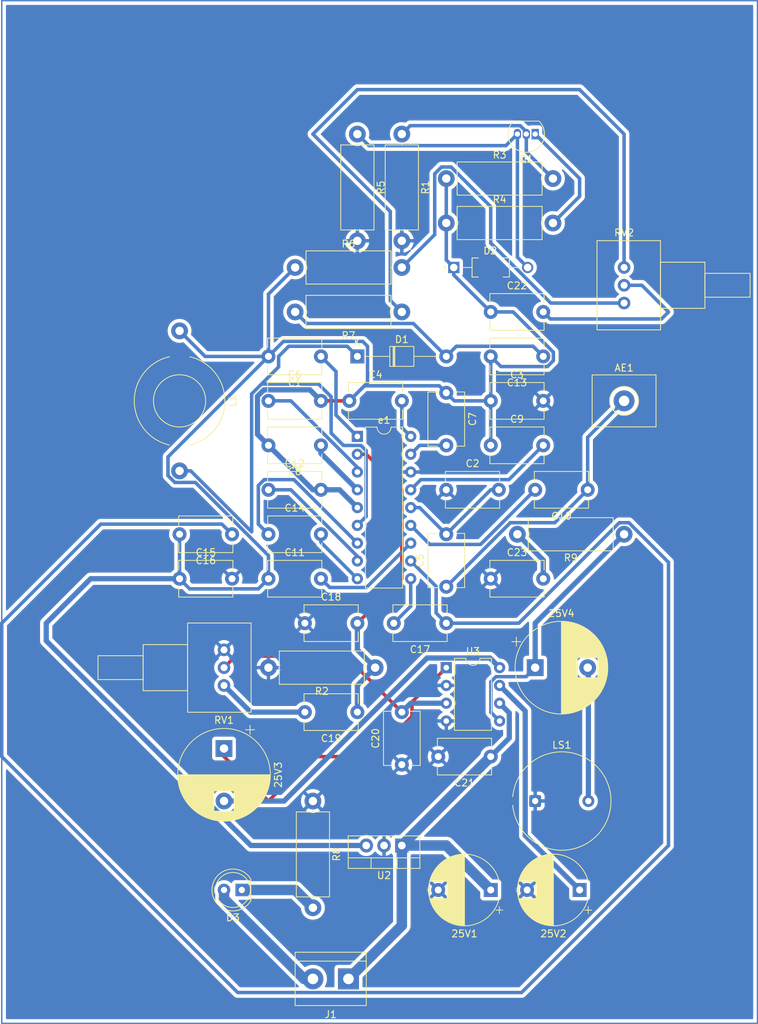
<source format=kicad_pcb>
(kicad_pcb (version 20221018) (generator pcbnew)
  (title_block (title "Fm Radio Receiver Module ") (date "15.12.2023") (rev "1.0") (company "by Muxtar_Safarov"))
  (layers (0 "F.Cu" signal) (31 "B.Cu" signal) (34 "B.Paste" user) (35 "F.Paste" user) (36 "B.SilkS" user "B.Silkscreen") (37 "F.SilkS" user "F.Silkscreen") (38 "B.Mask" user) (39 "F.Mask" user) (44 "Edge.Cuts" user))
  (net 0 "")
  (net 1 "+9V")
  (net 2 "Earth")
  (net 3 "Net-(U3-BYPASS)")
  (net 4 "Net-(25V3-Pad1)")
  (net 5 "Net-(25V3-Pad2)")
  (net 6 "Net-(25V4-Pad1)")
  (net 7 "Net-(25V4-Pad2)")
  (net 8 "Net-(AE1-A)")
  (net 9 "Net-(C1-Pad1)")
  (net 10 "Vout")
  (net 11 "14")
  (net 12 "Net-(C4-Pad2)")
  (net 13 "Net-(C6-Pad1)")
  (net 14 "Net-(C7-Pad2)")
  (net 15 "Net-(C8-Pad1)")
  (net 16 "Net-(C9-Pad2)")
  (net 17 "13")
  (net 18 "Net-(C11-Pad2)")
  (net 19 "Net-(C12-Pad1)")
  (net 20 "Net-(D1-A)")
  (net 21 "Net-(C14-Pad1)")
  (net 22 "Net-(C14-Pad2)")
  (net 23 "Net-(C16-Pad1)")
  (net 24 "Net-(C17-Pad2)")
  (net 25 "2")
  (net 26 "Net-(C19-Pad2)")
  (net 27 "Net-(U3-+)")
  (net 28 "Net-(C22-Pad2)")
  (net 29 "Net-(C23-Pad2)")
  (net 30 "6")
  (net 31 "Net-(Q1-E)")
  (net 32 "Net-(D3-K)")
  (net 33 "Net-(D3-A)")
  (net 34 "Net-(Q1-C)")
  (net 35 "Net-(Q1-B)")
  (net 36 "Net-(R6-Pad2)")
  (net 37 "Net-(R7-Pad1)")
  (footprint "Capacitor_THT:C_Disc_D7.5mm_W5.0mm_P7.50mm" (layer "F.Cu") (at 63.5 133.35)
    (fp_text reference "C11" (at 3.75 -3.75) (layer "F.SilkS"))
    (fp_text value "150pF")
    (pad "1" thru_hole circle (at 0 0) (size 2 2) (drill 1) (layers "*.Cu" "*.Mask") (net 10 "Vout"))
    (pad "2" thru_hole circle (at 7.5 0) (size 2 2) (drill 1) (layers "*.Cu" "*.Mask") (net 18 "Net-(C11-Pad2)"))
  )
  (footprint "Capacitor_THT:C_Disc_D7.5mm_W5.0mm_P7.50mm" (layer "F.Cu") (at 95.25 95.25)
    (fp_text reference "C22" (at 3.75 -3.75) (layer "F.SilkS"))
    (fp_text value "10nF")
    (pad "1" thru_hole circle (at 0 0) (size 2 2) (drill 1) (layers "*.Cu" "*.Mask") (net 10 "Vout"))
    (pad "2" thru_hole circle (at 7.5 0) (size 2 2) (drill 1) (layers "*.Cu" "*.Mask") (net 28 "Net-(C22-Pad2)"))
  )
  (footprint "UF4003:DIOAD1055W87L533D272" (layer "F.Cu") (at 95.25 88.9)
    (fp_text reference "D2" (at -0.075 -2.385) (layer "F.SilkS"))
    (fp_text value "UF4003")
    (pad "A" thru_hole circle (at 5.275 0) (size 1.61 1.61) (drill 1.07) (layers "*.Cu" "*.Mask") (net 31 "Net-(Q1-E)"))
    (pad "C" thru_hole rect (at -5.275 0) (size 1.61 1.61) (drill 1.07) (layers "*.Cu" "*.Mask") (net 10 "Vout"))
  )
  (footprint "Capacitor_THT:C_Disc_D7.5mm_W5.0mm_P7.50mm" (layer "F.Cu") (at 95.25 107.95)
    (fp_text reference "C3" (at 3.75 -3.75) (layer "F.SilkS"))
    (fp_text value "100nF")
    (pad "1" thru_hole circle (at 0 0) (size 2 2) (drill 1) (layers "*.Cu" "*.Mask") (net 10 "Vout"))
    (pad "2" thru_hole circle (at 7.5 0) (size 2 2) (drill 1) (layers "*.Cu" "*.Mask") (net 2 "Earth"))
  )
  (footprint "Capacitor_THT:C_Disc_D7.5mm_W5.0mm_P7.50mm" (layer "F.Cu") (at 50.8 133.35)
    (fp_text reference "C15" (at 3.75 -3.75) (layer "F.SilkS"))
    (fp_text value "100nF")
    (pad "1" thru_hole circle (at 0 0) (size 2 2) (drill 1) (layers "*.Cu" "*.Mask") (net 10 "Vout"))
    (pad "2" thru_hole circle (at 7.5 0) (size 2 2) (drill 1) (layers "*.Cu" "*.Mask") (net 2 "Earth"))
  )
  (footprint "Resistor_THT:R_Axial_DIN0414_L11.9mm_D4.5mm_P15.24mm_Horizontal" (layer "F.Cu") (at 67.31 88.9)
    (fp_text reference "R6" (at 7.62 -3.37) (layer "F.SilkS"))
    (fp_text value "5,6K")
    (pad "1" thru_hole circle (at 0 0) (size 2.4 2.4) (drill 1.2) (layers "*.Cu" "*.Mask") (net 10 "Vout"))
    (pad "2" thru_hole oval (at 15.24 0) (size 2.4 2.4) (drill 1.2) (layers "*.Cu" "*.Mask") (net 36 "Net-(R6-Pad2)"))
  )
  (footprint "Capacitor_THT:C_Disc_D7.5mm_W5.0mm_P7.50mm" (layer "F.Cu") (at 68.7 139.7)
    (fp_text reference "C18" (at 3.75 -3.75) (layer "F.SilkS"))
    (fp_text value "1,5nF")
    (pad "1" thru_hole circle (at 0 0) (size 2 2) (drill 1) (layers "*.Cu" "*.Mask") (net 2 "Earth"))
    (pad "2" thru_hole circle (at 7.5 0) (size 2 2) (drill 1) (layers "*.Cu" "*.Mask") (net 25 "2"))
  )
  (footprint "Potentiometer_THT:Potentiometer_Vishay_148-149_Single_Horizontal" (layer "F.Cu") (at 57.15 143.51 180)
    (fp_text reference "RV1" (at 0 -10.04) (layer "F.SilkS"))
    (fp_text value "10K")
    (pad "1" thru_hole circle (at 0 0 180) (size 1.8 1.8) (drill 1) (layers "*.Cu" "*.Mask") (net 2 "Earth"))
    (pad "2" thru_hole circle (at 0 -2.54 180) (size 1.8 1.8) (drill 1) (layers "*.Cu" "*.Mask") (net 27 "Net-(U3-+)"))
    (pad "3" thru_hole circle (at 0 -5.08 180) (size 1.8 1.8) (drill 1) (layers "*.Cu" "*.Mask") (net 26 "Net-(C19-Pad2)"))
  )
  (footprint "Resistor_THT:R_Axial_DIN0414_L11.9mm_D4.5mm_P15.24mm_Horizontal" (layer "F.Cu") (at 78.74 146.05 180)
    (fp_text reference "R2" (at 7.62 -3.37) (layer "F.SilkS"))
    (fp_text value "20K")
    (pad "1" thru_hole circle (at 0 0 180) (size 2.4 2.4) (drill 1.2) (layers "*.Cu" "*.Mask") (net 25 "2"))
    (pad "2" thru_hole oval (at 15.24 0 180) (size 2.4 2.4) (drill 1.2) (layers "*.Cu" "*.Mask") (net 2 "Earth"))
  )
  (footprint "Capacitor_THT:CP_Radial_D13.0mm_P7.50mm" (layer "F.Cu") (at 57.15 157.6 -90)
    (fp_text reference "25V3" (at 3.75 -7.75 90) (layer "F.SilkS"))
    (fp_text value "47uF")
    (pad "1" thru_hole rect (at 0 0 270) (size 2.4 2.4) (drill 1.2) (layers "*.Cu" "*.Mask") (net 4 "Net-(25V3-Pad1)"))
    (pad "2" thru_hole circle (at 7.5 0 270) (size 2.4 2.4) (drill 1.2) (layers "*.Cu" "*.Mask") (net 5 "Net-(25V3-Pad2)"))
  )
  (footprint "Package_TO_SOT_THT:TO-92_Inline" (layer "F.Cu") (at 101.6 69.85 180)
    (fp_text reference "Q1" (at 1.27 -3.56) (layer "F.SilkS"))
    (fp_text value "BC547")
    (pad "1" thru_hole rect (at 0 0 180) (size 1.05 1.5) (drill 0.75) (layers "*.Cu" "*.Mask") (net 34 "Net-(Q1-C)"))
    (pad "2" thru_hole oval (at 1.27 0 180) (size 1.05 1.5) (drill 0.75) (layers "*.Cu" "*.Mask") (net 35 "Net-(Q1-B)"))
    (pad "3" thru_hole oval (at 2.54 0 180) (size 1.05 1.5) (drill 0.75) (layers "*.Cu" "*.Mask") (net 31 "Net-(Q1-E)"))
  )
  (footprint "Capacitor_THT:C_Disc_D7.5mm_W5.0mm_P7.50mm" (layer "F.Cu") (at 95.25 114.3)
    (fp_text reference "C9" (at 3.75 -3.75) (layer "F.SilkS"))
    (fp_text value "100nF")
    (pad "1" thru_hole circle (at 0 0) (size 2 2) (drill 1) (layers "*.Cu" "*.Mask") (net 10 "Vout"))
    (pad "2" thru_hole circle (at 7.5 0) (size 2 2) (drill 1) (layers "*.Cu" "*.Mask") (net 16 "Net-(C9-Pad2)"))
  )
  (footprint "Buzzer_Beeper:Indicator_PUI_AI-1440-TWT-24V-2-R" (layer "F.Cu") (at 101.6 165.1)
    (fp_text reference "LS1" (at 3.8 -8) (layer "F.SilkS"))
    (fp_text value "Speaker")
    (pad "1" thru_hole roundrect (at 0 0) (size 1.7 1.7) (drill 0.9) (layers "*.Cu" "*.Mask") (roundrect_rratio 0.147) (net 2 "Earth"))
    (pad "2" thru_hole circle (at 7.6 0) (size 1.7 1.7) (drill 0.9) (layers "*.Cu" "*.Mask") (net 7 "Net-(25V4-Pad2)"))
  )
  (footprint "Capacitor_THT:C_Disc_D7.5mm_W5.0mm_P7.50mm" (layer "F.Cu") (at 88.9 106.8 -90)
    (fp_text reference "C7" (at 3.75 -3.75 90) (layer "F.SilkS"))
    (fp_text value "330pF")
    (pad "1" thru_hole circle (at 0 0 270) (size 2 2) (drill 1) (layers "*.Cu" "*.Mask") (net 10 "Vout"))
    (pad "2" thru_hole circle (at 7.5 0 270) (size 2 2) (drill 1) (layers "*.Cu" "*.Mask") (net 14 "Net-(C7-Pad2)"))
  )
  (footprint "Capacitor_THT:C_Disc_D7.5mm_W5.0mm_P7.50mm" (layer "F.Cu") (at 63.5 107.95)
    (fp_text reference "C6" (at 3.75 -3.75) (layer "F.SilkS"))
    (fp_text value "22nF")
    (pad "1" thru_hole circle (at 0 0) (size 2 2) (drill 1) (layers "*.Cu" "*.Mask") (net 13 "Net-(C6-Pad1)"))
    (pad "2" thru_hole circle (at 7.5 0) (size 2 2) (drill 1) (layers "*.Cu" "*.Mask") (net 10 "Vout"))
  )
  (footprint "Capacitor_THT:C_Disc_D7.5mm_W5.0mm_P7.50mm" (layer "F.Cu") (at 63.5 120.65)
    (fp_text reference "C12" (at 3.75 -3.75) (layer "F.SilkS"))
    (fp_text value "150pF")
    (pad "1" thru_hole circle (at 0 0) (size 2 2) (drill 1) (layers "*.Cu" "*.Mask") (net 19 "Net-(C12-Pad1)"))
    (pad "2" thru_hole circle (at 7.5 0) (size 2 2) (drill 1) (layers "*.Cu" "*.Mask") (net 10 "Vout"))
  )
  (footprint "Capacitor_THT:C_Disc_D7.5mm_W5.0mm_P7.50mm" (layer "F.Cu") (at 109.1 120.65 180)
    (fp_text reference "C10" (at 3.75 -3.75) (layer "F.SilkS"))
    (fp_text value "33pF")
    (pad "1" thru_hole circle (at 0 0 180) (size 2 2) (drill 1) (layers "*.Cu" "*.Mask") (net 8 "Net-(AE1-A)"))
    (pad "2" thru_hole circle (at 7.5 0 180) (size 2 2) (drill 1) (layers "*.Cu" "*.Mask") (net 17 "13"))
  )
  (footprint "TerminalBlock_MetzConnect:TerminalBlock_MetzConnect_360271_1x01_Horizontal_ScrewM3.0_Boxed" (layer "F.Cu") (at 114.3 107.95)
    (fp_text reference "AE1" (at 0 -4.71) (layer "F.SilkS"))
    (fp_text value "Antenna")
    (pad "1" thru_hole circle (at 0 0) (size 3 3) (drill 1.5) (layers "*.Cu" "*.Mask") (net 8 "Net-(AE1-A)"))
  )
  (footprint "Capacitor_THT:C_Disc_D7.5mm_W5.0mm_P7.50mm" (layer "F.Cu") (at 95.25 158.75 180)
    (fp_text reference "C21" (at 3.75 -3.75) (layer "F.SilkS"))
    (fp_text value "100nF")
    (pad "1" thru_hole circle (at 0 0 180) (size 2 2) (drill 1) (layers "*.Cu" "*.Mask") (net 1 "+9V"))
    (pad "2" thru_hole circle (at 7.5 0 180) (size 2 2) (drill 1) (layers "*.Cu" "*.Mask") (net 2 "Earth"))
  )
  (footprint "Package_DIP:DIP-18_W7.62mm" (layer "F.Cu") (at 76.2 113.03)
    (fp_text reference "e1" (at 3.81 -2.33) (layer "F.SilkS"))
    (fp_text value "TDA7000")
    (pad "1" thru_hole rect (at 0 0) (size 1.6 1.6) (drill 0.8) (layers "*.Cu" "*.Mask") (net 9 "Net-(C1-Pad1)"))
    (pad "2" thru_hole oval (at 0 2.54) (size 1.6 1.6) (drill 0.8) (layers "*.Cu" "*.Mask") (net 25 "2"))
    (pad "3" thru_hole oval (at 0 5.08) (size 1.6 1.6) (drill 0.8) (layers "*.Cu" "*.Mask") (net 13 "Net-(C6-Pad1)"))
    (pad "4" thru_hole oval (at 0 7.62) (size 1.6 1.6) (drill 0.8) (layers "*.Cu" "*.Mask") (net 15 "Net-(C8-Pad1)"))
    (pad "5" thru_hole oval (at 0 10.16) (size 1.6 1.6) (drill 0.8) (layers "*.Cu" "*.Mask") (net 10 "Vout"))
    (pad "6" thru_hole oval (at 0 12.7) (size 1.6 1.6) (drill 0.8) (layers "*.Cu" "*.Mask") (net 30 "6"))
    (pad "7" thru_hole oval (at 0 15.24) (size 1.6 1.6) (drill 0.8) (layers "*.Cu" "*.Mask") (net 21 "Net-(C14-Pad1)"))
    (pad "8" thru_hole oval (at 0 17.78) (size 1.6 1.6) (drill 0.8) (layers "*.Cu" "*.Mask") (net 19 "Net-(C12-Pad1)"))
    (pad "9" thru_hole oval (at 0 20.32) (size 1.6 1.6) (drill 0.8) (layers "*.Cu" "*.Mask") (net 22 "Net-(C14-Pad2)"))
    (pad "10" thru_hole oval (at 7.62 20.32) (size 1.6 1.6) (drill 0.8) (layers "*.Cu" "*.Mask") (net 24 "Net-(C17-Pad2)"))
    (pad "11" thru_hole oval (at 7.62 17.78) (size 1.6 1.6) (drill 0.8) (layers "*.Cu" "*.Mask") (net 23 "Net-(C16-Pad1)"))
    (pad "12" thru_hole oval (at 7.62 15.24) (size 1.6 1.6) (drill 0.8) (layers "*.Cu" "*.Mask") (net 18 "Net-(C11-Pad2)"))
    (pad "13" thru_hole oval (at 7.62 12.7) (size 1.6 1.6) (drill 0.8) (layers "*.Cu" "*.Mask") (net 17 "13"))
    (pad "14" thru_hole oval (at 7.62 10.16) (size 1.6 1.6) (drill 0.8) (layers "*.Cu" "*.Mask") (net 11 "14"))
    (pad "15" thru_hole oval (at 7.62 7.62) (size 1.6 1.6) (drill 0.8) (layers "*.Cu" "*.Mask") (net 16 "Net-(C9-Pad2)"))
    (pad "16" thru_hole oval (at 7.62 5.08) (size 1.6 1.6) (drill 0.8) (layers "*.Cu" "*.Mask") (net 2 "Earth"))
    (pad "17" thru_hole oval (at 7.62 2.54) (size 1.6 1.6) (drill 0.8) (layers "*.Cu" "*.Mask") (net 14 "Net-(C7-Pad2)"))
    (pad "18" thru_hole oval (at 7.62 0) (size 1.6 1.6) (drill 0.8) (layers "*.Cu" "*.Mask") (net 12 "Net-(C4-Pad2)"))
  )
  (footprint "Capacitor_THT:C_Disc_D7.5mm_W5.0mm_P7.50mm" (layer "F.Cu") (at 88.9 139.7 180)
    (fp_text reference "C17" (at 3.75 -3.75) (layer "F.SilkS"))
    (fp_text value "330pF")
    (pad "1" thru_hole circle (at 0 0 180) (size 2 2) (drill 1) (layers "*.Cu" "*.Mask") (net 23 "Net-(C16-Pad1)"))
    (pad "2" thru_hole circle (at 7.5 0 180) (size 2 2) (drill 1) (layers "*.Cu" "*.Mask") (net 24 "Net-(C17-Pad2)"))
  )
  (footprint "Resistor_THT:R_Axial_DIN0414_L11.9mm_D4.5mm_P15.24mm_Horizontal" (layer "F.Cu") (at 88.9 82.55)
    (fp_text reference "R4" (at 7.62 -3.37) (layer "F.SilkS"))
    (fp_text value "82R")
    (pad "1" thru_hole circle (at 0 0) (size 2.4 2.4) (drill 1.2) (layers "*.Cu" "*.Mask") (net 10 "Vout"))
    (pad "2" thru_hole oval (at 15.24 0) (size 2.4 2.4) (drill 1.2) (layers "*.Cu" "*.Mask") (net 34 "Net-(Q1-C)"))
  )
  (footprint "Capacitor_THT:CP_Radial_D13.0mm_P7.50mm" (layer "F.Cu") (at 101.6 146.05)
    (fp_text reference "25V4" (at 3.75 -7.75) (layer "F.SilkS"))
    (fp_text value "470uF")
    (pad "1" thru_hole rect (at 0 0) (size 2.4 2.4) (drill 1.2) (layers "*.Cu" "*.Mask") (net 6 "Net-(25V4-Pad1)"))
    (pad "2" thru_hole circle (at 7.5 0) (size 2.4 2.4) (drill 1.2) (layers "*.Cu" "*.Mask") (net 7 "Net-(25V4-Pad2)"))
  )
  (footprint "Diode_THT:D_T-1_P12.70mm_Horizontal" (layer "F.Cu") (at 76.2 101.6)
    (fp_text reference "D1" (at 6.35 -2.42) (layer "F.SilkS"))
    (fp_text value "VAricap")
    (fp_text user "K" (at 0 -2) (layer "F.SilkS"))
    (pad "1" thru_hole rect (at 0 0) (size 2 2) (drill 1) (layers "*.Cu" "*.Mask") (net 30 "6"))
    (pad "2" thru_hole oval (at 12.7 0) (size 2 2) (drill 1) (layers "*.Cu" "*.Mask") (net 20 "Net-(D1-A)"))
  )
  (footprint "Capacitor_THT:CP_Radial_D10.0mm_P7.50mm" (layer "F.Cu") (at 107.95 177.8 180)
    (fp_text reference "25V2" (at 3.75 -6.25 180) (layer "F.SilkS"))
    (fp_text value "10uF")
    (pad "1" thru_hole rect (at 0 0 180) (size 2 2) (drill 1) (layers "*.Cu" "*.Mask") (net 3 "Net-(U3-BYPASS)"))
    (pad "2" thru_hole circle (at 7.5 0 180) (size 2 2) (drill 1) (layers "*.Cu" "*.Mask") (net 2 "Earth"))
  )
  (footprint "Capacitor_THT:C_Disc_D7.5mm_W5.0mm_P7.50mm" (layer "F.Cu") (at 102.75 101.6 180)
    (fp_text reference "C13" (at 3.75 -3.75) (layer "F.SilkS"))
    (fp_text value "3,3nF")
    (pad "1" thru_hole circle (at 0 0 180) (size 2 2) (drill 1) (layers "*.Cu" "*.Mask") (net 20 "Net-(D1-A)"))
    (pad "2" thru_hole circle (at 7.5 0 180) (size 2 2) (drill 1) (layers "*.Cu" "*.Mask") (net 10 "Vout"))
  )
  (footprint "Package_TO_SOT_THT:TO-220-3_Vertical" (layer "F.Cu") (at 82.55 171.45 180)
    (fp_text reference "U2" (at 2.54 -4.27) (layer "F.SilkS"))
    (fp_text value "LM7805_TO220")
    (pad "1" thru_hole rect (at 0 0 180) (size 1.905 2) (drill 1.1) (layers "*.Cu" "*.Mask") (net 1 "+9V"))
    (pad "2" thru_hole oval (at 2.54 0 180) (size 1.905 2) (drill 1.1) (layers "*.Cu" "*.Mask") (net 2 "Earth"))
    (pad "3" thru_hole oval (at 5.08 0 180) (size 1.905 2) (drill 1.1) (layers "*.Cu" "*.Mask") (net 10 "Vout"))
  )
  (footprint "Resistor_THT:R_Axial_DIN0414_L11.9mm_D4.5mm_P15.24mm_Horizontal" (layer "F.Cu") (at 114.3 127 180)
    (fp_text reference "R9" (at 7.62 -3.37) (layer "F.SilkS"))
    (fp_text value "100R")
    (pad "1" thru_hole circle (at 0 0 180) (size 2.4 2.4) (drill 1.2) (layers "*.Cu" "*.Mask") (net 6 "Net-(25V4-Pad1)"))
    (pad "2" thru_hole oval (at 15.24 0 180) (size 2.4 2.4) (drill 1.2) (layers "*.Cu" "*.Mask") (net 29 "Net-(C23-Pad2)"))
  )
  (footprint "Capacitor_THT:C_Disc_D7.5mm_W5.0mm_P7.50mm" (layer "F.Cu") (at 88.9 134.5 90)
    (fp_text reference "C5" (at 3.75 -3.75 90) (layer "F.SilkS"))
    (fp_text value "47pF")
    (pad "1" thru_hole circle (at 0 0 90) (size 2 2) (drill 1) (layers "*.Cu" "*.Mask") (net 8 "Net-(AE1-A)"))
    (pad "2" thru_hole circle (at 7.5 0 90) (size 2 2) (drill 1) (layers "*.Cu" "*.Mask") (net 11 "14"))
  )
  (footprint "Capacitor_THT:C_Disc_D7.5mm_W5.0mm_P7.50mm" (layer "F.Cu") (at 71 101.6 180)
    (fp_text reference "C1" (at 3.75 -3.75) (layer "F.SilkS"))
    (fp_text value "220nF")
    (pad "1" thru_hole circle (at 0 0 180) (size 2 2) (drill 1) (layers "*.Cu" "*.Mask") (net 9 "Net-(C1-Pad1)"))
    (pad "2" thru_hole circle (at 7.5 0 180) (size 2 2) (drill 1) (layers "*.Cu" "*.Mask") (net 10 "Vout"))
  )
  (footprint "Capacitor_THT:C_Disc_D7.5mm_W5.0mm_P7.50mm" (layer "F.Cu") (at 63.5 127)
    (fp_text reference "C14" (at 3.75 -3.75) (layer "F.SilkS"))
    (fp_text value "3,3nF")
    (pad "1" thru_hole circle (at 0 0) (size 2 2) (drill 1) (layers "*.Cu" "*.Mask") (net 21 "Net-(C14-Pad1)"))
    (pad "2" thru_hole circle (at 7.5 0) (size 2 2) (drill 1) (layers "*.Cu" "*.Mask") (net 22 "Net-(C14-Pad2)"))
  )
  (footprint "Resistor_THT:R_Axial_DIN0414_L11.9mm_D4.5mm_P15.24mm_Horizontal" (layer "F.Cu") (at 76.2 69.85 -90)
    (fp_text reference "R5" (at 7.62 -3.37 90) (layer "F.SilkS"))
    (fp_text value "1,5K")
    (pad "1" thru_hole circle (at 0 0 270) (size 2.4 2.4) (drill 1.2) (layers "*.Cu" "*.Mask") (net 31 "Net-(Q1-E)"))
    (pad "2" thru_hole oval (at 15.24 0 270) (size 2.4 2.4) (drill 1.2) (layers "*.Cu" "*.Mask") (net 2 "Earth"))
  )
  (footprint "Resistor_THT:R_Axial_DIN0414_L11.9mm_D4.5mm_P15.24mm_Horizontal" (layer "F.Cu") (at 82.55 95.25 180)
    (fp_text reference "R7" (at 7.62 -3.37) (layer "F.SilkS"))
    (fp_text value "10K")
    (pad "1" thru_hole circle (at 0 0 180) (size 2.4 2.4) (drill 1.2) (layers "*.Cu" "*.Mask") (net 37 "Net-(R7-Pad1)"))
    (pad "2" thru_hole oval (at 15.24 0 180) (size 2.4 2.4) (drill 1.2) (layers "*.Cu" "*.Mask") (net 20 "Net-(D1-A)"))
  )
  (footprint "Capacitor_THT:C_Disc_D7.5mm_W5.0mm_P7.50mm" (layer "F.Cu") (at 76.2 152.4 180)
    (fp_text reference "C19" (at 3.75 -3.75) (layer "F.SilkS"))
    (fp_text value "100nF")
    (pad "1" thru_hole circle (at 0 0 180) (size 2 2) (drill 1) (layers "*.Cu" "*.Mask") (net 25 "2"))
    (pad "2" thru_hole circle (at 7.5 0 180) (size 2 2) (drill 1) (layers "*.Cu" "*.Mask") (net 26 "Net-(C19-Pad2)"))
  )
  (footprint "Capacitor_THT:CP_Radial_D10.0mm_P7.50mm" (layer "F.Cu") (at 95.25 177.8 180)
    (fp_text reference "25V1" (at 3.75 -6.25) (layer "F.SilkS"))
    (fp_text value "470uF")
    (pad "1" thru_hole rect (at 0 0 180) (size 2 2) (drill 1) (layers "*.Cu" "*.Mask") (net 1 "+9V"))
    (pad "2" thru_hole circle (at 7.5 0 180) (size 2 2) (drill 1) (layers "*.Cu" "*.Mask") (net 2 "Earth"))
  )
  (footprint "Capacitor_THT:C_Disc_D7.5mm_W5.0mm_P7.50mm" (layer "F.Cu") (at 58.3 127 180)
    (fp_text reference "C16" (at 3.75 -3.75) (layer "F.SilkS"))
    (fp_text value "3,3nF")
    (pad "1" thru_hole circle (at 0 0 180) (size 2 2) (drill 1) (layers "*.Cu" "*.Mask") (net 23 "Net-(C16-Pad1)"))
    (pad "2" thru_hole circle (at 7.5 0 180) (size 2 2) (drill 1) (layers "*.Cu" "*.Mask") (net 10 "Vout"))
  )
  (footprint "Inductor_THT:L_Toroid_Horizontal_D12.7mm_P20.00mm_Diameter14-5mm_Amidon-T50" (layer "F.Cu") (at 50.8 97.95 -90)
    (fp_text reference "L1" (at 10 -7.6 90) (layer "F.SilkS"))
    (fp_text value "L")
    (pad "1" thru_hole circle (at 0 0 270) (size 2.4 2.4) (drill 1.2) (layers "*.Cu" "*.Mask") (net 10 "Vout"))
    (pad "2" thru_hole circle (at 20 0 270) (size 2.4 2.4) (drill 1.2) (layers "*.Cu" "*.Mask") (net 30 "6"))
  )
  (footprint "Potentiometer_THT:Potentiometer_Vishay_148-149_Single_Horizontal" (layer "F.Cu") (at 114.3 93.98)
    (fp_text reference "RV2" (at 0 -10.04) (layer "F.SilkS"))
    (fp_text value "100K")
    (pad "1" thru_hole circle (at 0 0) (size 1.8 1.8) (drill 1) (layers "*.Cu" "*.Mask") (net 36 "Net-(R6-Pad2)"))
    (pad "2" thru_hole circle (at 0 -2.54) (size 1.8 1.8) (drill 1) (layers "*.Cu" "*.Mask") (net 28 "Net-(C22-Pad2)"))
    (pad "3" thru_hole circle (at 0 -5.08) (size 1.8 1.8) (drill 1) (layers "*.Cu" "*.Mask") (net 37 "Net-(R7-Pad1)"))
  )
  (footprint "Package_DIP:DIP-8_W7.62mm" (layer "F.Cu") (at 88.9 146.05)
    (fp_text reference "U3" (at 3.81 -2.33) (layer "F.SilkS"))
    (fp_text value "LM386")
    (pad "1" thru_hole rect (at 0 0) (size 1.6 1.6) (drill 0.8) (layers "*.Cu" "*.Mask") (net 4 "Net-(25V3-Pad1)"))
    (pad "2" thru_hole oval (at 0 2.54) (size 1.6 1.6) (drill 0.8) (layers "*.Cu" "*.Mask") (net 2 "Earth"))
    (pad "3" thru_hole oval (at 0 5.08) (size 1.6 1.6) (drill 0.8) (layers "*.Cu" "*.Mask") (net 27 "Net-(U3-+)"))
    (pad "4" thru_hole oval (at 0 7.62) (size 1.6 1.6) (drill 0.8) (layers "*.Cu" "*.Mask") (net 2 "Earth"))
    (pad "5" thru_hole oval (at 7.62 7.62) (size 1.6 1.6) (drill 0.8) (layers "*.Cu" "*.Mask") (net 6 "Net-(25V4-Pad1)"))
    (pad "6" thru_hole oval (at 7.62 5.08) (size 1.6 1.6) (drill 0.8) (layers "*.Cu" "*.Mask") (net 1 "+9V"))
    (pad "7" thru_hole oval (at 7.62 2.54) (size 1.6 1.6) (drill 0.8) (layers "*.Cu" "*.Mask") (net 3 "Net-(U3-BYPASS)"))
    (pad "8" thru_hole oval (at 7.62 0) (size 1.6 1.6) (drill 0.8) (layers "*.Cu" "*.Mask") (net 5 "Net-(25V3-Pad2)"))
  )
  (footprint "Capacitor_THT:C_Disc_D7.5mm_W5.0mm_P7.50mm" (layer "F.Cu") (at 82.55 159.9 90)
    (fp_text reference "C20" (at 3.75 -3.75 90) (layer "F.SilkS"))
    (fp_text value "1,5nF")
    (pad "1" thru_hole circle (at 0 0 90) (size 2 2) (drill 1) (layers "*.Cu" "*.Mask") (net 2 "Earth"))
    (pad "2" thru_hole circle (at 7.5 0 90) (size 2 2) (drill 1) (layers "*.Cu" "*.Mask") (net 27 "Net-(U3-+)"))
  )
  (footprint "LED_THT:LED_D5.0mm" (layer "F.Cu") (at 59.69 177.8 180)
    (fp_text reference "D3" (at 1.27 -3.96) (layer "F.SilkS"))
    (fp_text value "LED")
    (pad "1" thru_hole rect (at 0 0 180) (size 1.8 1.8) (drill 0.9) (layers "*.Cu" "*.Mask") (net 32 "Net-(D3-K)"))
    (pad "2" thru_hole circle (at 2.54 0 180) (size 1.8 1.8) (drill 0.9) (layers "*.Cu" "*.Mask") (net 33 "Net-(D3-A)"))
  )
  (footprint "Capacitor_THT:C_Disc_D7.5mm_W5.0mm_P7.50mm" (layer "F.Cu") (at 88.9 120.65)
    (fp_text reference "C2" (at 3.75 -3.75) (layer "F.SilkS"))
    (fp_text value "3,3nF")
    (pad "1" thru_hole circle (at 0 0) (size 2 2) (drill 1) (layers "*.Cu" "*.Mask") (net 2 "Earth"))
    (pad "2" thru_hole circle (at 7.5 0) (size 2 2) (drill 1) (layers "*.Cu" "*.Mask") (net 11 "14"))
  )
  (footprint "Resistor_THT:R_Axial_DIN0414_L11.9mm_D4.5mm_P15.24mm_Horizontal" (layer "F.Cu") (at 69.85 165.1 -90)
    (fp_text reference "R8" (at 7.62 -3.37 90) (layer "F.SilkS"))
    (fp_text value "R_Small_US")
    (pad "1" thru_hole circle (at 0 0 270) (size 2.4 2.4) (drill 1.2) (layers "*.Cu" "*.Mask") (net 2 "Earth"))
    (pad "2" thru_hole oval (at 15.24 0 270) (size 2.4 2.4) (drill 1.2) (layers "*.Cu" "*.Mask") (net 32 "Net-(D3-K)"))
  )
  (footprint "Capacitor_THT:C_Disc_D7.5mm_W5.0mm_P7.50mm" (layer "F.Cu") (at 71 114.3 180)
    (fp_text reference "C8" (at 3.75 -3.75) (layer "F.SilkS"))
    (fp_text value "10nF")
    (pad "1" thru_hole circle (at 0 0 180) (size 2 2) (drill 1) (layers "*.Cu" "*.Mask") (net 15 "Net-(C8-Pad1)"))
    (pad "2" thru_hole circle (at 7.5 0 180) (size 2 2) (drill 1) (layers "*.Cu" "*.Mask") (net 10 "Vout"))
  )
  (footprint "TerminalBlock:TerminalBlock_bornier-2_P5.08mm" (layer "F.Cu") (at 74.93 190.5 180)
    (fp_text reference "J1" (at 2.54 -5.08) (layer "F.SilkS"))
    (fp_text value "POWER")
    (pad "1" thru_hole rect (at 0 0 180) (size 3 3) (drill 1.52) (layers "*.Cu" "*.Mask") (net 1 "+9V"))
    (pad "2" thru_hole circle (at 5.08 0 180) (size 3 3) (drill 1.52) (layers "*.Cu" "*.Mask") (net 33 "Net-(D3-A)"))
  )
  (footprint "Resistor_THT:R_Axial_DIN0414_L11.9mm_D4.5mm_P15.24mm_Horizontal" (layer "F.Cu") (at 82.55 69.85 -90)
    (fp_text reference "R1" (at 7.62 -3.37 90) (layer "F.SilkS"))
    (fp_text value "100K")
    (pad "1" thru_hole circle (at 0 0 270) (size 2.4 2.4) (drill 1.2) (layers "*.Cu" "*.Mask") (net 35 "Net-(Q1-B)"))
    (pad "2" thru_hole oval (at 15.24 0 270) (size 2.4 2.4) (drill 1.2) (layers "*.Cu" "*.Mask") (net 2 "Earth"))
  )
  (footprint "Capacitor_THT:C_Disc_D7.5mm_W5.0mm_P7.50mm" (layer "F.Cu") (at 75.05 107.95)
    (fp_text reference "C4" (at 3.75 -3.75) (layer "F.SilkS"))
    (fp_text value "220pF")
    (pad "1" thru_hole circle (at 0 0) (size 2 2) (drill 1) (layers "*.Cu" "*.Mask") (net 10 "Vout"))
    (pad "2" thru_hole circle (at 7.5 0) (size 2 2) (drill 1) (layers "*.Cu" "*.Mask") (net 12 "Net-(C4-Pad2)"))
  )
  (footprint "Capacitor_THT:C_Disc_D7.5mm_W5.0mm_P7.50mm" (layer "F.Cu") (at 95.25 133.35)
    (fp_text reference "C23" (at 3.75 -3.75) (layer "F.SilkS"))
    (fp_text value "47uF")
    (pad "1" thru_hole circle (at 0 0) (size 2 2) (drill 1) (layers "*.Cu" "*.Mask") (net 2 "Earth"))
    (pad "2" thru_hole circle (at 7.5 0) (size 2 2) (drill 1) (layers "*.Cu" "*.Mask") (net 29 "Net-(C23-Pad2)"))
  )
  (footprint "Resistor_THT:R_Axial_DIN0414_L11.9mm_D4.5mm_P15.24mm_Horizontal" (layer "F.Cu") (at 88.9 76.2)
    (fp_text reference "R3" (at 7.62 -3.37) (layer "F.SilkS"))
    (fp_text value "270K")
    (pad "1" thru_hole circle (at 0 0) (size 2.4 2.4) (drill 1.2) (layers "*.Cu" "*.Mask") (net 10 "Vout"))
    (pad "2" thru_hole oval (at 15.24 0) (size 2.4 2.4) (drill 1.2) (layers "*.Cu" "*.Mask") (net 35 "Net-(Q1-B)"))
  )
  (gr_rect (start 25.4 50.8) (end 133.35 196.85) (stroke (width 0.2)) (fill none) (layer "B.Cu"))
  (segment (start 97.895 156.105) (end 95.25 158.75) (width 0.75) (layer "B.Cu") (net 1))
  (segment (start 95.25 177.8) (end 88.9 171.45) (width 1.5) (layer "B.Cu") (net 1))
  (segment (start 88.9 171.45) (end 82.55 171.45) (width 1.5) (layer "B.Cu") (net 1))
  (segment (start 95.25 158.75) (end 82.55 171.45) (width 1.5) (layer "B.Cu") (net 1))
  (segment (start 82.55 182.88) (end 74.93 190.5) (width 1.5) (layer "B.Cu") (net 1))
  (segment (start 97.895 152.505) (end 97.895 156.105) (width 0.75) (layer "B.Cu") (net 1))
  (segment (start 82.55 171.45) (end 82.55 182.88) (width 1.5) (layer "B.Cu") (net 1))
  (segment (start 96.52 151.13) (end 97.895 152.505) (width 0.75) (layer "B.Cu") (net 1))
  (segment (start 100.175 170.025) (end 100.175 152.245) (width 0.75) (layer "B.Cu") (net 3))
  (segment (start 100.175 152.245) (end 96.52 148.59) (width 0.75) (layer "B.Cu") (net 3))
  (segment (start 107.95 177.8) (end 100.175 170.025) (width 0.75) (layer "B.Cu") (net 3))
  (segment (start 84 153.00061) (end 78.25061 158.75) (width 0.5) (layer "F.Cu") (net 4))
  (segment (start 57.15 158.75) (end 57.15 157.6) (width 0.5) (layer "F.Cu") (net 4))
  (segment (start 69.85 158.75) (end 63.5 165.1) (width 0.5) (layer "F.Cu") (net 4))
  (segment (start 88.9 146.05) (end 84 150.95) (width 0.5) (layer "F.Cu") (net 4))
  (segment (start 78.25061 158.75) (end 69.85 158.75) (width 0.5) (layer "F.Cu") (net 4))
  (segment (start 84 150.95) (end 84 153.00061) (width 0.5) (layer "F.Cu") (net 4))
  (segment (start 63.5 165.1) (end 57.15 158.75) (width 0.5) (layer "F.Cu") (net 4))
  (segment (start 86.152387 144.675) (end 65.727387 165.1) (width 0.75) (layer "B.Cu") (net 5))
  (segment (start 95.145 144.675) (end 86.152387 144.675) (width 0.75) (layer "B.Cu") (net 5))
  (segment (start 96.52 146.05) (end 95.145 144.675) (width 0.75) (layer "B.Cu") (net 5))
  (segment (start 65.727387 165.1) (end 57.15 165.1) (width 0.75) (layer "B.Cu") (net 5))
  (segment (start 96.002233 147.34) (end 100.31 147.34) (width 0.5) (layer "B.Cu") (net 6))
  (segment (start 100.31 147.34) (end 101.6 146.05) (width 0.5) (layer "B.Cu") (net 6))
  (segment (start 101.6 139.7) (end 101.6 146.05) (width 0.75) (layer "B.Cu") (net 6))
  (segment (start 95.27 152.42) (end 95.27 148.072233) (width 0.5) (layer "B.Cu") (net 6))
  (segment (start 96.52 153.67) (end 95.27 152.42) (width 0.5) (layer "B.Cu") (net 6))
  (segment (start 114.3 127) (end 101.6 139.7) (width 0.75) (layer "B.Cu") (net 6))
  (segment (start 95.27 148.072233) (end 96.002233 147.34) (width 0.5) (layer "B.Cu") (net 6))
  (segment (start 109.2 146.15) (end 109.1 146.05) (width 0.75) (layer "B.Cu") (net 7))
  (segment (start 109.2 165.1) (end 109.2 146.15) (width 0.75) (layer "B.Cu") (net 7))
  (segment (start 109.1 120.65) (end 109.1 113.15) (width 0.5) (layer "B.Cu") (net 8))
  (segment (start 104.4 125.35) (end 109.1 120.65) (width 0.5) (layer "B.Cu") (net 8))
  (segment (start 109.1 113.15) (end 114.3 107.95) (width 0.5) (layer "B.Cu") (net 8))
  (segment (start 98.05 125.35) (end 104.4 125.35) (width 0.5) (layer "B.Cu") (net 8))
  (segment (start 88.9 134.5) (end 98.05 125.35) (width 0.5) (layer "B.Cu") (net 8))
  (segment (start 73.15 103.75) (end 73.15 109.98) (width 0.5) (layer "B.Cu") (net 9))
  (segment (start 71 101.6) (end 73.15 103.75) (width 0.5) (layer "B.Cu") (net 9))
  (segment (start 73.15 109.98) (end 76.2 113.03) (width 0.5) (layer "B.Cu") (net 9))
  (segment (start 75.05 107.95) (end 71 107.95) (width 0.5) (layer "F.Cu") (net 10))
  (segment (start 65.65 99.45) (end 76.95 99.45) (width 0.5) (layer "B.Cu") (net 10))
  (segment (start 71 120.65) (end 73.66 120.65) (width 0.75) (layer "B.Cu") (net 10))
  (segment (start 50.8 97.95) (end 54.45 101.6) (width 0.5) (layer "B.Cu") (net 10))
  (segment (start 89.975 89.975) (end 89.975 88.9) (width 0.5) (layer "B.Cu") (net 10))
  (segment (start 63.5 101.6) (end 65.65 99.45) (width 0.5) (layer "B.Cu") (net 10))
  (segment (start 67.31 88.9) (end 63.5 92.71) (width 0.5) (layer "B.Cu") (net 10))
  (segment (start 63.5 130.04056) (end 53.059441 119.6) (width 0.5) (layer "B.Cu") (net 10))
  (segment (start 104.2 102.20061) (end 103.35061 103.05) (width 0.5) (layer "B.Cu") (net 10))
  (segment (start 88.9 106.8) (end 87.9 105.8) (width 0.5) (layer "B.Cu") (net 10))
  (segment (start 90.05 107.95) (end 88.9 106.8) (width 0.5) (layer "B.Cu") (net 10))
  (segment (start 54.45 101.6) (end 63.5 101.6) (width 0.5) (layer "B.Cu") (net 10))
  (segment (start 31.75 139.7) (end 38.1 133.35) (width 0.75) (layer "B.Cu") (net 10))
  (segment (start 88.9 82.55) (end 88.9 87.825) (width 0.5) (layer "B.Cu") (net 10))
  (segment (start 62.847613 106.375) (end 69.425 106.375) (width 0.75) (layer "B.Cu") (net 10))
  (segment (start 77.47 171.45) (end 60.98977 171.45) (width 0.75) (layer "B.Cu") (net 10))
  (segment (start 73.66 120.65) (end 76.2 123.19) (width 0.75) (layer "B.Cu") (net 10))
  (segment (start 63.5 133.35) (end 62.05 134.8) (width 0.5) (layer "B.Cu") (net 10))
  (segment (start 96.7 103.05) (end 95.25 101.6) (width 0.5) (layer "B.Cu") (net 10))
  (segment (start 77.65 105.35) (end 75.05 107.95) (width 0.5) (layer "B.Cu") (net 10))
  (segment (start 61.925 107.297613) (end 62.847613 106.375) (width 0.75) (layer "B.Cu") (net 10))
  (segment (start 50.8 127) (end 50.8 133.35) (width 0.5) (layer "B.Cu") (net 10))
  (segment (start 87.9 105.8) (end 77.2 105.8) (width 0.5) (layer "B.Cu") (net 10))
  (segment (start 95.25 107.95) (end 90.05 107.95) (width 0.5) (layer "B.Cu") (net 10))
  (segment (start 76.95 99.45) (end 77.65 100.15) (width 0.5) (layer "B.Cu") (net 10))
  (segment (start 49.15 118.633453) (end 49.15 115.95) (width 0.5) (layer "B.Cu") (net 10))
  (segment (start 77.2 105.8) (end 75.05 107.95) (width 0.5) (layer "B.Cu") (net 10))
  (segment (start 63.5 114.3) (end 61.925 112.725) (width 0.75) (layer "B.Cu") (net 10))
  (segment (start 53.059441 119.6) (end 50.116547 119.6) (width 0.5) (layer "B.Cu") (net 10))
  (segment (start 62.05 134.8) (end 52.25 134.8) (width 0.5) (layer "B.Cu") (net 10))
  (segment (start 52.25 134.8) (end 50.8 133.35) (width 0.5) (layer "B.Cu") (net 10))
  (segment (start 69.425 106.375) (end 71 107.95) (width 0.75) (layer "B.Cu") (net 10))
  (segment (start 63.5 92.71) (end 63.5 101.6) (width 0.5) (layer "B.Cu") (net 10))
  (segment (start 49.15 115.95) (end 63.5 101.6) (width 0.5) (layer "B.Cu") (net 10))
  (segment (start 98.45061 95.25) (end 104.2 100.99939) (width 0.5) (layer "B.Cu") (net 10))
  (segment (start 95.25 101.6) (end 95.25 107.95) (width 0.5) (layer "B.Cu") (net 10))
  (segment (start 95.25 114.3) (end 95.25 107.95) (width 0.5) (layer "B.Cu") (net 10))
  (segment (start 60.98977 171.45) (end 31.75 142.21023) (width 0.75) (layer "B.Cu") (net 10))
  (segment (start 88.9 87.825) (end 89.975 88.9) (width 0.5) (layer "B.Cu") (net 10))
  (segment (start 38.1 133.35) (end 50.8 133.35) (width 0.75) (layer "B.Cu") (net 10))
  (segment (start 31.75 142.21023) (end 31.75 139.7) (width 0.75) (layer "B.Cu") (net 10))
  (segment (start 104.2 100.99939) (end 104.2 102.20061) (width 0.5) (layer "B.Cu") (net 10))
  (segment (start 95.25 95.25) (end 98.45061 95.25) (width 0.5) (layer "B.Cu") (net 10))
  (segment (start 77.65 100.15) (end 77.65 105.35) (width 0.5) (layer "B.Cu") (net 10))
  (segment (start 88.9 76.2) (end 88.9 82.55) (width 0.5) (layer "B.Cu") (net 10))
  (segment (start 63.5 114.3) (end 69.85 120.65) (width 0.75) (layer "B.Cu") (net 10))
  (segment (start 95.25 95.25) (end 89.975 89.975) (width 0.5) (layer "B.Cu") (net 10))
  (segment (start 61.925 112.725) (end 61.925 107.297613) (width 0.75) (layer "B.Cu") (net 10))
  (segment (start 69.85 120.65) (end 71 120.65) (width 0.75) (layer "B.Cu") (net 10))
  (segment (start 63.5 133.35) (end 63.5 130.04056) (width 0.5) (layer "B.Cu") (net 10))
  (segment (start 50.116547 119.6) (end 49.15 118.633453) (width 0.5) (layer "B.Cu") (net 10))
  (segment (start 103.35061 103.05) (end 96.7 103.05) (width 0.5) (layer "B.Cu") (net 10))
  (segment (start 88.9 127) (end 95.25 120.65) (width 0.5) (layer "B.Cu") (net 11))
  (segment (start 85.09 123.19) (end 83.82 123.19) (width 0.5) (layer "B.Cu") (net 11))
  (segment (start 95.25 120.65) (end 96.4 120.65) (width 0.5) (layer "B.Cu") (net 11))
  (segment (start 88.9 127) (end 85.09 123.19) (width 0.5) (layer "B.Cu") (net 11))
  (segment (start 82.55 111.76) (end 83.82 113.03) (width 0.5) (layer "B.Cu") (net 12))
  (segment (start 82.55 107.95) (end 82.55 111.76) (width 0.5) (layer "B.Cu") (net 12))
  (segment (start 76.2 117.44939) (end 76.2 118.11) (width 0.5) (layer "B.Cu") (net 13))
  (segment (start 66.70061 107.95) (end 76.2 117.44939) (width 0.5) (layer "B.Cu") (net 13))
  (segment (start 63.5 107.95) (end 66.70061 107.95) (width 0.5) (layer "B.Cu") (net 13))
  (segment (start 88.9 114.3) (end 85.09 114.3) (width 0.5) (layer "B.Cu") (net 14))
  (segment (start 85.09 114.3) (end 83.82 115.57) (width 0.5) (layer "B.Cu") (net 14))
  (segment (start 71 115.45) (end 76.2 120.65) (width 0.75) (layer "B.Cu") (net 15))
  (segment (start 71 114.3) (end 71 115.45) (width 0.75) (layer "B.Cu") (net 15))
  (segment (start 97.85 119.2) (end 102.75 114.3) (width 0.5) (layer "B.Cu") (net 16))
  (segment (start 83.82 120.65) (end 85.27 119.2) (width 0.5) (layer "B.Cu") (net 16))
  (segment (start 85.27 119.2) (end 97.85 119.2) (width 0.5) (layer "B.Cu") (net 16))
  (segment (start 93.8 128.45) (end 86.54 128.45) (width 0.5) (layer "B.Cu") (net 17))
  (segment (start 86.54 128.45) (end 83.82 125.73) (width 0.5) (layer "B.Cu") (net 17))
  (segment (start 101.6 120.65) (end 93.8 128.45) (width 0.5) (layer "B.Cu") (net 17))
  (segment (start 71 133.35) (end 72.25 134.6) (width 0.5) (layer "B.Cu") (net 18))
  (segment (start 72.25 134.6) (end 77.49 134.6) (width 0.5) (layer "B.Cu") (net 18))
  (segment (start 77.49 134.6) (end 83.82 128.27) (width 0.5) (layer "B.Cu") (net 18))
  (segment (start 63.5 120.65) (end 66.70061 120.65) (width 0.5) (layer "B.Cu") (net 19))
  (segment (start 76.2 130.14939) (end 76.2 130.81) (width 0.5) (layer "B.Cu") (net 19))
  (segment (start 66.70061 120.65) (end 76.2 130.14939) (width 0.5) (layer "B.Cu") (net 19))
  (segment (start 90.35 100.15) (end 101.3 100.15) (width 0.5) (layer "B.Cu") (net 20))
  (segment (start 101.3 100.15) (end 102.75 101.6) (width 0.5) (layer "B.Cu") (net 20))
  (segment (start 68.96 96.9) (end 84.2 96.9) (width 0.5) (layer "B.Cu") (net 20))
  (segment (start 67.31 95.25) (end 68.96 96.9) (width 0.5) (layer "B.Cu") (net 20))
  (segment (start 88.9 101.6) (end 90.35 100.15) (width 0.5) (layer "B.Cu") (net 20))
  (segment (start 84.2 96.9) (end 88.9 101.6) (width 0.5) (layer "B.Cu") (net 20))
  (segment (start 62.05 125.55) (end 62.05 120.04939) (width 0.5) (layer "B.Cu") (net 21))
  (segment (start 63.5 127) (end 62.05 125.55) (width 0.5) (layer "B.Cu") (net 21))
  (segment (start 67.13 119.2) (end 76.2 128.27) (width 0.5) (layer "B.Cu") (net 21))
  (segment (start 62.05 120.04939) (end 62.89939 119.2) (width 0.5) (layer "B.Cu") (net 21))
  (segment (start 62.89939 119.2) (end 67.13 119.2) (width 0.5) (layer "B.Cu") (net 21))
  (segment (start 71 127) (end 71 128.15) (width 0.5) (layer "B.Cu") (net 22))
  (segment (start 71 128.15) (end 76.2 133.35) (width 0.5) (layer "B.Cu") (net 22))
  (segment (start 25.4 158.75) (end 25.4 139.7) (width 0.5) (layer "B.Cu") (net 23))
  (segment (start 114.983453 125.35) (end 120.65 131.016547) (width 0.5) (layer "B.Cu") (net 23))
  (segment (start 99.65 192.45) (end 59.1 192.45) (width 0.5) (layer "B.Cu") (net 23))
  (segment (start 113.616547 125.35) (end 114.983453 125.35) (width 0.5) (layer "B.Cu") (net 23))
  (segment (start 87.45 138.25) (end 88.9 139.7) (width 0.5) (layer "B.Cu") (net 23))
  (segment (start 25.4 139.7) (end 39.55 125.55) (width 0.5) (layer "B.Cu") (net 23))
  (segment (start 39.55 125.55) (end 56.85 125.55) (width 0.5) (layer "B.Cu") (net 23))
  (segment (start 120.65 171.45) (end 99.65 192.45) (width 0.5) (layer "B.Cu") (net 23))
  (segment (start 56.85 125.55) (end 58.3 127) (width 0.5) (layer "B.Cu") (net 23))
  (segment (start 88.9 139.7) (end 99.266547 139.7) (width 0.5) (layer "B.Cu") (net 23))
  (segment (start 59.1 192.45) (end 25.4 158.75) (width 0.5) (layer "B.Cu") (net 23))
  (segment (start 99.266547 139.7) (end 113.616547 125.35) (width 0.5) (layer "B.Cu") (net 23))
  (segment (start 87.45 134.44) (end 87.45 138.25) (width 0.5) (layer "B.Cu") (net 23))
  (segment (start 120.65 131.016547) (end 120.65 171.45) (width 0.5) (layer "B.Cu") (net 23))
  (segment (start 83.82 130.81) (end 87.45 134.44) (width 0.5) (layer "B.Cu") (net 23))
  (segment (start 83.82 133.35) (end 83.82 137.28) (width 0.5) (layer "B.Cu") (net 24))
  (segment (start 83.82 137.28) (end 81.4 139.7) (width 0.5) (layer "B.Cu") (net 24))
  (segment (start 82.55 120.65) (end 82.55 133.35) (width 0.5) (layer "F.Cu") (net 25))
  (segment (start 82.55 133.35) (end 76.2 139.7) (width 0.5) (layer "F.Cu") (net 25))
  (segment (start 77.47 115.57) (end 82.55 120.65) (width 0.5) (layer "F.Cu") (net 25))
  (segment (start 76.2 115.57) (end 77.47 115.57) (width 0.5) (layer "F.Cu") (net 25))
  (segment (start 76.2 148.59) (end 78.74 146.05) (width 0.75) (layer "B.Cu") (net 25))
  (segment (start 76.2 139.7) (end 76.2 143.51) (width 0.75) (layer "B.Cu") (net 25))
  (segment (start 76.2 143.51) (end 78.74 146.05) (width 0.75) (layer "B.Cu") (net 25))
  (segment (start 76.2 152.4) (end 76.2 148.59) (width 0.75) (layer "B.Cu") (net 25))
  (segment (start 60.96 152.4) (end 68.7 152.4) (width 0.75) (layer "B.Cu") (net 26))
  (segment (start 57.15 148.59) (end 60.96 152.4) (width 0.75) (layer "B.Cu") (net 26))
  (segment (start 57.15 146.05) (end 58.8 144.4) (width 0.5) (layer "F.Cu") (net 27))
  (segment (start 58.8 144.4) (end 74.55 144.4) (width 0.5) (layer "F.Cu") (net 27))
  (segment (start 74.55 144.4) (end 82.55 152.4) (width 0.5) (layer "F.Cu") (net 27))
  (segment (start 83.82 151.13) (end 82.55 152.4) (width 0.75) (layer "B.Cu") (net 27))
  (segment (start 88.9 151.13) (end 83.82 151.13) (width 0.75) (layer "B.Cu") (net 27))
  (segment (start 119.65 96.25) (end 120.65 95.25) (width 0.5) (layer "B.Cu") (net 28))
  (segment (start 103.75 96.25) (end 119.65 96.25) (width 0.5) (layer "B.Cu") (net 28))
  (segment (start 116.84 91.44) (end 114.3 91.44) (width 0.5) (layer "B.Cu") (net 28))
  (segment (start 120.65 95.25) (end 116.84 91.44) (width 0.5) (layer "B.Cu") (net 28))
  (segment (start 102.75 95.25) (end 103.75 96.25) (width 0.5) (layer "B.Cu") (net 28))
  (segment (start 102.75 130.69) (end 102.75 133.35) (width 0.75) (layer "B.Cu") (net 29))
  (segment (start 99.06 127) (end 102.75 130.69) (width 0.75) (layer "B.Cu") (net 29))
  (segment (start 77.45 115.052233) (end 77.45 124.48) (width 0.5) (layer "B.Cu") (net 30))
  (segment (start 70.65061 105.55) (end 72.45 107.34939) (width 0.5) (layer "B.Cu") (net 30))
  (segment (start 66.4 100.15) (end 64.95 101.6) (width 0.5) (layer "B.Cu") (net 30))
  (segment (start 72.45 112.552233) (end 74.217767 114.32) (width 0.5) (layer "B.Cu") (net 30))
  (segment (start 50.8 117.95) (end 52.39939 117.95) (width 0.5) (layer "B.Cu") (net 30))
  (segment (start 64.95 103.105887) (end 62.505887 105.55) (width 0.5) (layer "B.Cu") (net 30))
  (segment (start 61.1 126.65061) (end 61.1 106.955887) (width 0.5) (layer "B.Cu") (net 30))
  (segment (start 72.45 107.34939) (end 72.45 112.552233) (width 0.5) (layer "B.Cu") (net 30))
  (segment (start 64.95 101.6) (end 64.95 103.105887) (width 0.5) (layer "B.Cu") (net 30))
  (segment (start 76.2 101.6) (end 74.75 100.15) (width 0.5) (layer "B.Cu") (net 30))
  (segment (start 62.505887 105.55) (end 70.65061 105.55) (width 0.5) (layer "B.Cu") (net 30))
  (segment (start 52.39939 117.95) (end 61.1 126.65061) (width 0.5) (layer "B.Cu") (net 30))
  (segment (start 76.717767 114.32) (end 77.45 115.052233) (width 0.5) (layer "B.Cu") (net 30))
  (segment (start 77.45 124.48) (end 76.2 125.73) (width 0.5) (layer "B.Cu") (net 30))
  (segment (start 74.75 100.15) (end 66.4 100.15) (width 0.5) (layer "B.Cu") (net 30))
  (segment (start 74.217767 114.32) (end 76.717767 114.32) (width 0.5) (layer "B.Cu") (net 30))
  (segment (start 61.1 106.955887) (end 62.505887 105.55) (width 0.5) (layer "B.Cu") (net 30))
  (segment (start 97.41 71.5) (end 99.06 69.85) (width 0.5) (layer "B.Cu") (net 31))
  (segment (start 77.85 71.5) (end 97.41 71.5) (width 0.5) (layer "B.Cu") (net 31))
  (segment (start 76.2 69.85) (end 77.85 71.5) (width 0.5) (layer "B.Cu") (net 31))
  (segment (start 100.525 88.9) (end 99.06 87.435) (width 0.5) (layer "B.Cu") (net 31))
  (segment (start 99.06 87.435) (end 99.06 69.85) (width 0.5) (layer "B.Cu") (net 31))
  (segment (start 67.31 177.8) (end 69.85 180.34) (width 1.5) (layer "B.Cu") (net 32))
  (segment (start 59.69 177.8) (end 67.31 177.8) (width 1.5) (layer "B.Cu") (net 32))
  (segment (start 57.15 177.8) (end 57.15 179.072792) (width 1.5) (layer "B.Cu") (net 33))
  (segment (start 57.15 179.072792) (end 68.577208 190.5) (width 1.5) (layer "B.Cu") (net 33))
  (segment (start 68.577208 190.5) (end 69.85 190.5) (width 1.5) (layer "B.Cu") (net 33))
  (segment (start 101.6 69.85) (end 107.95 76.2) (width 0.5) (layer "B.Cu") (net 34))
  (segment (start 107.95 76.2) (end 107.95 78.74) (width 0.5) (layer "B.Cu") (net 34))
  (segment (start 107.95 78.74) (end 104.14 82.55) (width 0.5) (layer "B.Cu") (net 34))
  (segment (start 99.463858 68.65) (end 100.33 69.516142) (width 0.5) (layer "B.Cu") (net 35))
  (segment (start 100.33 72.39) (end 100.33 69.85) (width 0.5) (layer "B.Cu") (net 35))
  (segment (start 83.75 68.65) (end 99.463858 68.65) (width 0.5) (layer "B.Cu") (net 35))
  (segment (start 100.33 69.516142) (end 100.33 69.85) (width 0.5) (layer "B.Cu") (net 35))
  (segment (start 104.14 76.2) (end 100.33 72.39) (width 0.5) (layer "B.Cu") (net 35))
  (segment (start 82.55 69.85) (end 83.75 68.65) (width 0.5) (layer "B.Cu") (net 35))
  (segment (start 89.583453 74.55) (end 95.25 80.216547) (width 0.5) (layer "B.Cu") (net 36))
  (segment (start 87.25 75.516547) (end 88.216547 74.55) (width 0.5) (layer "B.Cu") (net 36))
  (segment (start 95.25 85.399839) (end 103.830161 93.98) (width 0.5) (layer "B.Cu") (net 36))
  (segment (start 82.55 88.9) (end 87.25 84.2) (width 0.5) (layer "B.Cu") (net 36))
  (segment (start 103.830161 93.98) (end 114.3 93.98) (width 0.5) (layer "B.Cu") (net 36))
  (segment (start 88.216547 74.55) (end 89.583453 74.55) (width 0.5) (layer "B.Cu") (net 36))
  (segment (start 87.25 84.2) (end 87.25 75.516547) (width 0.5) (layer "B.Cu") (net 36))
  (segment (start 95.25 80.216547) (end 95.25 85.399839) (width 0.5) (layer "B.Cu") (net 36))
  (segment (start 107.95 63.5) (end 114.3 69.85) (width 0.5) (layer "B.Cu") (net 37))
  (segment (start 80.9 80.9) (end 69.85 69.85) (width 0.5) (layer "B.Cu") (net 37))
  (segment (start 76.2 63.5) (end 107.95 63.5) (width 0.5) (layer "B.Cu") (net 37))
  (segment (start 82.55 95.25) (end 80.9 93.6) (width 0.5) (layer "B.Cu") (net 37))
  (segment (start 80.9 93.6) (end 80.9 80.9) (width 0.5) (layer "B.Cu") (net 37))
  (segment (start 69.85 69.85) (end 76.2 63.5) (width 0.5) (layer "B.Cu") (net 37))
  (segment (start 114.3 69.85) (end 114.3 88.9) (width 0.5) (layer "B.Cu") (net 37))
  (zone (net 2) (net_name "Earth") (layer "B.Cu") (connect_pads (clearance 0.5)) (min_thickness 0.25) (fill yes (thermal_gap 0.5) (thermal_bridge_width 0.5))
    (polygon (pts (xy 25.4 50.8) (xy 25.4 196.85) (xy 133.35 196.85) (xy 133.35 50.8)))
  )
)
</source>
